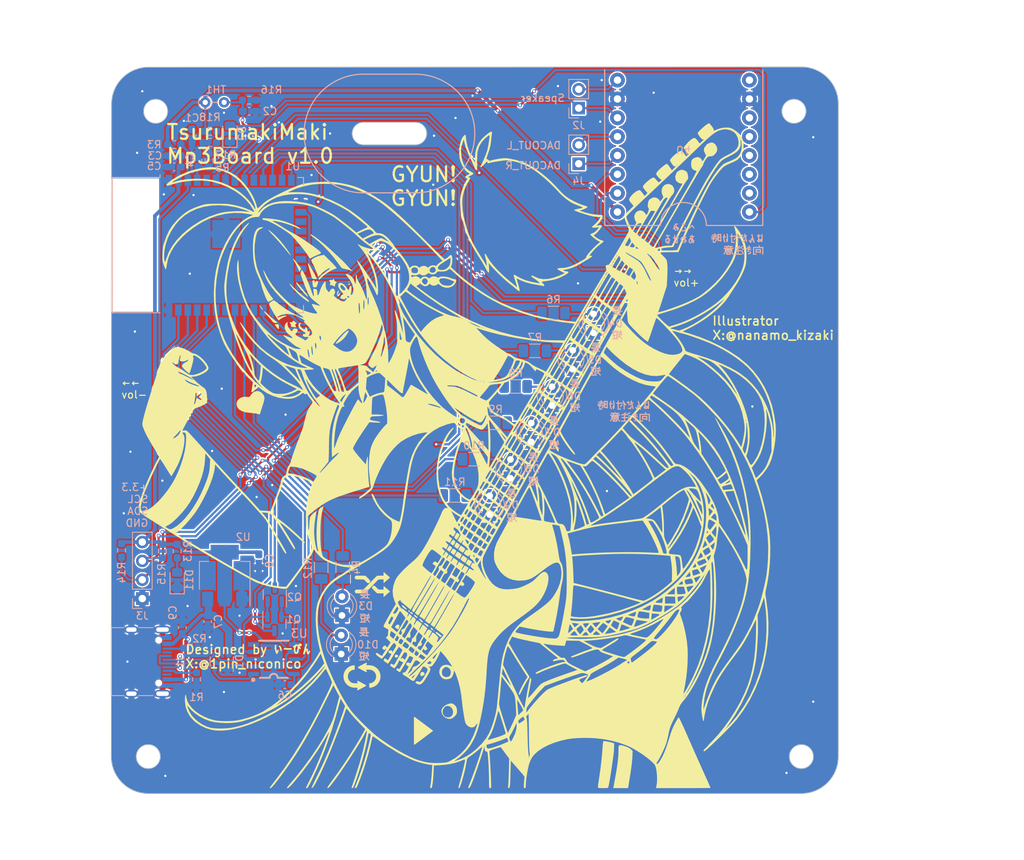
<source format=kicad_pcb>
(kicad_pcb (version 20221018) (generator pcbnew)
  (layers (0 "F.Cu" signal) (31 "B.Cu" signal) (34 "B.Paste" user) (35 "F.Paste" user) (36 "B.SilkS" user "B.Silkscreen") (37 "F.SilkS" user "F.Silkscreen") (38 "B.Mask" user) (39 "F.Mask" user) (44 "Edge.Cuts" user))
  (net 0 "")
  (net 1 "GND")
  (net 2 "/EN")
  (net 3 "/VT")
  (net 4 "/3.3V")
  (net 5 "Net-(D2-K)")
  (net 6 "Net-(D1-VCC)")
  (net 7 "/D+")
  (net 8 "/D-")
  (net 9 "/SPK1")
  (net 10 "Net-(D3-A)")
  (net 11 "Net-(D4-A)")
  (net 12 "Net-(D5-A)")
  (net 13 "Net-(D6-A)")
  (net 14 "Net-(D7-A)")
  (net 15 "Net-(D8-A)")
  (net 16 "Net-(D9-A)")
  (net 17 "Net-(D10-A)")
  (net 18 "Net-(D11-A)")
  (net 19 "Net-(J1-CC1)")
  (net 21 "Net-(J1-CC2)")
  (net 23 "/SPK2")
  (net 24 "/SDA")
  (net 25 "/SCL")
  (net 26 "Net-(J4-Pin_1)")
  (net 27 "Net-(J4-Pin_2)")
  (net 28 "Net-(Q1-G)")
  (net 29 "Net-(Q1-S)")
  (net 30 "/IO0")
  (net 31 "/LED_SHUFF")
  (net 32 "Net-(R17-Pad1)")
  (net 33 "/LED1")
  (net 34 "/LED2")
  (net 35 "/LED3")
  (net 36 "/LED4")
  (net 37 "/LED5")
  (net 38 "/LED6")
  (net 39 "/LED_MODE")
  (net 41 "/BUSY")
  (net 42 "/T8")
  (net 43 "/T9")
  (net 44 "/T6")
  (net 45 "/T5")
  (net 46 "/T4")
  (net 55 "/ESP_RX2")
  (net 56 "/ESP_TX2")
  (net 58 "/ESP_RX0")
  (net 59 "/ESP_TX0")
  (footprint "Makiboard:loop" (layer "F.Cu") (at 107.8 109.2)
    (fp_text reference "G***" hide)
    (fp_text value "LOGO" hide)
  )
  (footprint "Makiboard:maki1" (layer "F.Cu") (at 119 79)
    (fp_text reference "G***" hide)
    (fp_text value "LOGO" hide)
  )
  (footprint "Makiboard:shuffle" (layer "F.Cu") (at 109.2 96.8)
    (fp_text reference "G***" hide)
    (fp_text value "LOGO" hide)
  )
  (footprint "Capacitor_SMD:C_0603_1608Metric_Pad1.08x0.95mm_HandSolder" (layer "B.Cu") (at 85.7 39.6 -90)
    (fp_text reference "C5")
    (fp_text value "1u")
  )
  (footprint "LED_THT:LED_D3.0mm" (layer "B.Cu") (at 125 87.375 90)
    (fp_text reference "D9")
    (fp_text value "LED")
  )
  (footprint "Connector_PinHeader_2.54mm:PinHeader_1x02_P2.54mm_Vertical" (layer "B.Cu") (at 137 40.075)
    (fp_text reference "J4")
    (fp_text value "Out_speaker")
  )
  (footprint "Resistor_SMD:R_0603_1608Metric_Pad0.98x0.95mm_HandSolder" (layer "B.Cu") (at 80.9 92.3 90)
    (fp_text reference "R15")
    (fp_text value "10k")
  )
  (footprint "LED_THT:LED_D3.0mm" (layer "B.Cu") (at 127.8 82.475 90)
    (fp_text reference "D8")
    (fp_text value "LED")
  )
  (footprint "Makiboard:CH340K" (layer "B.Cu") (at 95.925 106.8795 90)
    (fp_text reference "U3")
    (fp_text value "CH340K" hide)
  )
  (footprint "Resistor_SMD:R_0603_1608Metric_Pad0.98x0.95mm_HandSolder" (layer "B.Cu") (at 87.3 37.2 180)
    (fp_text reference "R17")
    (fp_text value "1k")
  )
  (footprint "Resistor_SMD:R_0603_1608Metric_Pad0.98x0.95mm_HandSolder" (layer "B.Cu") (at 87.3 35.7 180)
    (fp_text reference "R18")
    (fp_text value "1k")
  )
  (footprint "Resistor_SMD:R_1206_3216Metric_Pad1.30x1.75mm_HandSolder" (layer "B.Cu") (at 125.8 75 180)
    (fp_text reference "R9")
    (fp_text value "220")
  )
  (footprint "LED_THT:LED_D3.0mm" (layer "B.Cu") (at 105 106.175 90)
    (fp_text reference "D10")
    (fp_text value "LED")
  )
  (footprint "Capacitor_SMD:C_0603_1608Metric_Pad1.08x0.95mm_HandSolder" (layer "B.Cu") (at 87 101.8 90)
    (fp_text reference "C7")
    (fp_text value "22u")
  )
  (footprint "Resistor_SMD:R_0603_1608Metric_Pad0.98x0.95mm_HandSolder" (layer "B.Cu") (at 87.2 39.6 -90)
    (fp_text reference "R5")
    (fp_text value "10k")
  )
  (footprint "LED_THT:LED_D3.0mm" (layer "B.Cu") (at 136.2 67.775 90)
    (fp_text reference "D5")
    (fp_text value "LED")
  )
  (footprint "Resistor_SMD:R_1206_3216Metric_Pad1.30x1.75mm_HandSolder" (layer "B.Cu") (at 120.3 84.8 180)
    (fp_text reference "R11")
    (fp_text value "220")
  )
  (footprint "Resistor_SMD:R_1206_3216Metric_Pad1.30x1.75mm_HandSolder" (layer "B.Cu") (at 131.1 65.3 180)
    (fp_text reference "R7")
    (fp_text value "220")
  )
  (footprint "LED_SMD:LED_0805_2012Metric_Pad1.15x1.40mm_HandSolder" (layer "B.Cu") (at 82.9 96.2 90)
    (fp_text reference "D11")
    (fp_text value "LED")
  )
  (footprint "Resistor_SMD:R_0603_1608Metric_Pad0.98x0.95mm_HandSolder" (layer "B.Cu") (at 82.9 92.3 90)
    (fp_text reference "R13")
    (fp_text value "220")
  )
  (footprint "Resistor_SMD:R_0603_1608Metric_Pad0.98x0.95mm_HandSolder" (layer "B.Cu") (at 92.6 31.5 180)
    (fp_text reference "R16")
    (fp_text value "10k")
  )
  (footprint "Connector_USB:USB_C_Receptacle_G-Switch_GT-USB-7010ASV" (layer "B.Cu") (at 77.8 107.2 90)
    (fp_text reference "J1")
    (fp_text value "USB_C_Receptacle_USB2.0")
  )
  (footprint "Resistor_SMD:R_1206_3216Metric_Pad1.30x1.75mm_HandSolder" (layer "B.Cu") (at 122.9 79.9 180)
    (fp_text reference "R10")
    (fp_text value "220")
  )
  (footprint "Resistor_SMD:R_1206_3216Metric_Pad1.30x1.75mm_HandSolder" (layer "B.Cu") (at 128.5 70.1 180)
    (fp_text reference "R8")
    (fp_text value "220")
  )
  (footprint "Capacitor_SMD:C_0603_1608Metric_Pad1.08x0.95mm_HandSolder" (layer "B.Cu") (at 82.5 39 180)
    (fp_text reference "C3")
    (fp_text value "22u")
  )
  (footprint "Connector_PinHeader_2.54mm:PinHeader_1x02_P2.54mm_Vertical" (layer "B.Cu") (at 137 32.575)
    (fp_text reference "J2")
    (fp_text value "speaker")
  )
  (footprint "Package_TO_SOT_SMD:SOT-23" (layer "B.Cu") (at 96 102.1 -90)
    (fp_text reference "Q1")
    (fp_text value "Q_NMOS_GSD")
  )
  (footprint "Capacitor_SMD:C_0603_1608Metric_Pad1.08x0.95mm_HandSolder" (layer "B.Cu") (at 97.4 110.3)
    (fp_text reference "C6")
    (fp_text value "0.1u")
  )
  (footprint "Capacitor_SMD:C_0603_1608Metric_Pad1.08x0.95mm_HandSolder" (layer "B.Cu") (at 83.6 102.6 90)
    (fp_text reference "C9")
    (fp_text value "22u")
  )
  (footprint "Package_TO_SOT_SMD:SOT-23" (layer "B.Cu") (at 96.05 98.1625 90)
    (fp_text reference "Q2")
    (fp_text value "Q_NMOS_GSD")
  )
  (footprint "Capacitor_SMD:C_0603_1608Metric_Pad1.08x0.95mm_HandSolder" (layer "B.Cu") (at 92.6 33 180)
    (fp_text reference "C2")
    (fp_text value "0.1u")
  )
  (footprint "Capacitor_SMD:C_0603_1608Metric_Pad1.08x0.95mm_HandSolder" (layer "B.Cu") (at 84.9 36.3 -90)
    (fp_text reference "C1")
    (fp_text value "0.1u")
  )
  (footprint "LED_THT:LED_D3.0mm" (layer "B.Cu") (at 133.4 72.675 90)
    (fp_text reference "D6")
    (fp_text value "LED")
  )
  (footprint "LED_THT:LED_D3.0mm" (layer "B.Cu") (at 105.1 100.975 90)
    (fp_text reference "D3")
    (fp_text value "LED")
  )
  (footprint "Capacitor_SMD:C_0603_1608Metric_Pad1.08x0.95mm_HandSolder" (layer "B.Cu") (at 82.5 40.5)
    (fp_text reference "C4")
    (fp_text value "0.1u")
  )
  (footprint "Resistor_SMD:R_0603_1608Metric_Pad0.98x0.95mm_HandSolder" (layer "B.Cu") (at 75.4 92.2 90)
    (fp_text reference "R14")
    (fp_text value "10k")
  )
  (footprint "Package_TO_SOT_SMD:SOT-223" (layer "B.Cu") (at 89.3 95.6 90)
    (fp_text reference "U2")
    (fp_text value "AZ1117-3.3")
  )
  (footprint "Diode_SMD:D_0805_2012Metric_Pad1.15x1.40mm_HandSolder" (layer "B.Cu") (at 90 36 90)
    (fp_text reference "D2")
    (fp_text value "D_Schottky")
  )
  (footprint "Makiboard:MP3-TF-16P" (layer "B.Cu") (at 151.11 37.69)
    (fp_text reference "U4")
    (fp_text value "~")
  )
  (footprint "Resistor_SMD:R_0603_1608Metric_Pad0.98x0.95mm_HandSolder" (layer "B.Cu") (at 85.5 109.6 90)
    (fp_text reference "R1")
    (fp_text value "4.99k")
  )
  (footprint "LED_THT:LED_D3.0mm" (layer "B.Cu") (at 139 62.875 90)
    (fp_text reference "D4")
    (fp_text value "LED")
  )
  (footprint "RF_Module:ESP32-WROOM-32D" (layer "B.Cu") (at 90.04 51.05 -90)
    (fp_text reference "U1")
    (fp_text value "ESP32-WROOM-32E")
  )
  (footprint "Connector_PinHeader_2.54mm:PinHeader_1x04_P2.54mm_Vertical" (layer "B.Cu") (at 78.2 98.7)
    (fp_text reference "J3")
    (fp_text value "Conn_01x04_Socket")
  )
  (footprint "Capacitor_SMD:C_0603_1608Metric_Pad1.08x0.95mm_HandSolder" (layer "B.Cu") (at 93.9 93.6 90)
    (fp_text reference "C8")
    (fp_text value "22u")
  )
  (footprint "Resistor_THT:R_Axial_DIN0204_L3.6mm_D1.6mm_P2.54mm_Vertical" (layer "B.Cu") (at 86.68 31.8)
    (fp_text reference "TH1")
    (fp_text value "Thermistor")
  )
  (footprint "Package_TO_SOT_SMD:SOT-143" (layer "B.Cu") (at 88.9 107.2 90)
    (fp_text reference "D1")
    (fp_text value "PRTR5V0U2X")
  )
  (footprint "Resistor_SMD:R_0603_1608Metric_Pad0.98x0.95mm_HandSolder" (layer "B.Cu") (at 84.7 105.4 180)
    (fp_text reference "R2")
    (fp_text value "4.99k")
  )
  (footprint "LED_THT:LED_D3.0mm" (layer "B.Cu") (at 130.6 77.575 90)
    (fp_text reference "D7")
    (fp_text value "LED")
  )
  (footprint "Resistor_SMD:R_1206_3216Metric_Pad1.30x1.75mm_HandSolder" (layer "B.Cu") (at 105.2 94.5 90)
    (fp_text reference "R4")
    (fp_text value "220")
  )
  (footprint "Resistor_SMD:R_1206_3216Metric_Pad1.30x1.75mm_HandSolder" (layer "B.Cu") (at 102.3 94.5 90)
    (fp_text reference "R12")
    (fp_text value "220")
  )
  (footprint "Resistor_SMD:R_1206_3216Metric_Pad1.30x1.75mm_HandSolder" (layer "B.Cu") (at 133.6 60.2 180)
    (fp_text reference "R6")
    (fp_text value "220")
  )
  (footprint "Resistor_SMD:R_0603_1608Metric_Pad0.98x0.95mm_HandSolder" (layer "B.Cu") (at 82.5 37.5 180)
    (fp_text reference "R3")
    (fp_text value "10k")
  )
  (gr_poly (pts (xy 124.632265 52.7) (xy 124.832265 54.2) (xy 124.032265 53) (xy 122.132265 49.9) (xy 121.332265 47.1) (xy 121.232265 44.8) (xy 121.732265 42.9) (xy 122.232265 42.1) (xy 122.332265 41.3) (xy 121.832265 40.8) (xy 121.232265 39.8) (xy 121.032265 38.2) (xy 121.332265 36.8) (xy 121.632265 36.6) (xy 122.032265 38) (xy 123.132265 40.5) (xy 123.232265 38.1) (xy 124.132265 36.7) (xy 125.132265 36) (xy 125.032265 37.5) (xy 124.532265 39.3) (xy 124.532265 39.7) (xy 125.032265 39.9) (xy 127.232265 39.5) (xy 129.032265 39.8) (xy 130.632265 40.5) (xy 132.832265 42.1) (xy 135.032265 44.3) (xy 136.032265 45.2) (xy 137.832265 45.9) (xy 136.932265 46.4) (xy 138.932265 47.1) (xy 140.132265 47.2) (xy 139.232265 48.5) (xy 139.932265 48.5) (xy 139.732265 48.9) (xy 138.832265 49.6) (xy 139.632265 50.3) (xy 140.232265 50.6) (xy 138.932265 51.7) (xy 138.232265 52.6) (xy 138.432265 52.7) (xy 136.232265 53.9) (xy 134.532265 54.3) (xy 135.332265 54.8) (xy 134.332265 55.3) (xy 132.532265 55.8) (xy 131.832265 55.9) (xy 132.132265 56.4) (xy 129.832265 55.9) (xy 128.432265 55.3) (xy 128.832265 57) (xy 125.932265 54.4)) (fill solid) (layer "F.Cu"))
  (gr_poly (pts (xy 82.1 82) (xy 78.3 75.2) (xy 81 66.5) (xy 82.7 64.9) (xy 84.8 65.8) (xy 84.6 68.6) (xy 84.6 69.3) (xy 86.5 70.6) (xy 86.7 72.1) (xy 85 72.9) (xy 83.4 76.1) (xy 83.7 77) (xy 83 79.8)) (stroke (width 0.2)) (fill solid) (layer "F.Cu"))
  (gr_poly (pts (xy 110.877408 67.625344) (xy 113.177408 66.025344) (xy 113.577408 63.225344) (xy 113.177408 60.425344) (xy 112.477408 58.225344) (xy 110.877408 55.025344) (xy 109.677408 53.325344) (xy 108.377408 51.625344) (xy 109.777408 51.625344) (xy 108.177408 50.425344) (xy 106.577408 49.125344) (xy 103.977408 47.125344) (xy 102.610229 46.328396) (xy 103.010229 44.828396) (xy 101.710229 44.328396) (xy 100.777408 45.625344) (xy 98.677408 45.325344) (xy 96.377408 45.325344) (xy 95.477408 45.525344) (xy 94.777408 45.925344) (xy 93.677408 46.925344) (xy 92.677408 47.325344) (xy 91.477408 48.225344) (xy 90.377408 49.425344) (xy 89.477408 51.025344) (xy 88.777408 52.825344) (xy 88.277408 54.625344) (xy 88.077408 56.525344) (xy 88.077408 58.625344) (xy 88.277408 60.625344) (xy 88.677408 62.525344) (xy 89.477408 64.425344) (xy 90.977408 66.825344) (xy 91.877408 68.025344) (xy 93.577408 69.725344) (xy 94.877408 70.725344) (xy 96.877408 71.525344) (xy 98.277408 71.625344) (xy 99.477408 71.125344) (xy 100.277408 70.725344) (xy 101.477408 72.425344) (xy 103.477408 73.825344) (xy 104.377408 74.325344) (xy 105.677408 71.425344) (xy 107.177408 70.025344) (xy 107.877408 69.325344) (xy 108.177408 68.825344) (xy 109.777408 68.225344) (xy 110.777408 67.825344)) (fill solid) (layer "F.Cu"))
  (gr_poly (pts (xy 106.3 107.3) (xy 106.386723 94.686425) (xy 110.886723 92.086425) (xy 112.786723 89.286425) (xy 113.486723 86.786425) (xy 114.286723 81.186425) (xy 114.886723 79.186425) (xy 115.986723 77.186425) (xy 117.386723 75.986425) (xy 118.986723 75.186425) (xy 120.086723 74.986425) (xy 120.586723 75.186425) (xy 119.286723 76.486425) (xy 118.186723 79.786425) (xy 117.886723 82.386425) (xy 118.186723 83.886425) (xy 118.586723 85.086425) (xy 119.086723 85.986425) (xy 119.886723 86.786425) (xy 121.086723 87.686425) (xy 125.286723 90.586425) (xy 124.186723 92.886425) (xy 124.086723 96.586425) (xy 127.786723 97.986425) (xy 131.886723 95.886425) (xy 132.086723 97.386425) (xy 124.586723 105.186425) (xy 123.886723 113.786425) (xy 122.886723 117.086425) (xy 121.786723 118.986425) (xy 119.886723 120.686425) (xy 117.686723 120.986425) (xy 115.386723 120.586425) (xy 111.886723 118.886425) (xy 109.486723 117.186425) (xy 106.986723 114.686425) (xy 104.986723 111.886425) (xy 103.886723 109.586425) (xy 102.986723 107.286425)) (fill solid) (layer "F.Cu"))
  (gr_poly (pts (xy 143.537938 59.466358) (xy 143.637938 59.066358) (xy 143.737938 58.266358) (xy 143.337938 57.966358) (xy 142.137938 60.166358) (xy 139.037938 57.766358) (xy 144.037938 49.166358) (xy 147.137938 51.766358) (xy 147.337938 52.166358) (xy 148.537938 53.166358) (xy 148.637938 56.566358) (xy 146.237938 63.966358) (xy 143.737938 61.566358) (xy 143.537938 59.566358)) (fill solid) (layer "F.Cu"))
  (gr_line (start 108 28) (end 115 28) (stroke (width 0.15)) (layer "B.SilkS"))
  (gr_line (start 154.2 48.4) (end 161.8 48.4) (stroke (width 0.15)) (layer "B.SilkS"))
  (gr_line (start 148 48.4) (end 140.5 48.4) (stroke (width 0.15)) (layer "B.SilkS"))
  (gr_arc (start 115 28) (mid 123 36) (end 115 44) (stroke (width 0.15)) (layer "B.SilkS"))
  (gr_arc (start 108 44) (mid 100 36) (end 108 28) (stroke (width 0.15)) (layer "B.SilkS"))
  (gr_line (start 115 44) (end 108 44) (stroke (width 0.15)) (layer "B.SilkS"))
  (gr_arc (start 148 48.4) (mid 151.1 45.3) (end 154.2 48.4) (stroke (width 0.15)) (layer "B.SilkS"))
  (gr_line (start 140.5 48.4) (end 140.5 27.4) (stroke (width 0.15)) (layer "B.SilkS"))
  (gr_line (start 161.8 48.4) (end 161.8 27.4) (stroke (width 0.15)) (layer "B.SilkS"))
  (gr_poly (pts (xy 114.868 114.724) (xy 114.868 118.324) (xy 117.268 116.524)) (stroke (width 0.15)) (fill solid) (layer "F.SilkS"))
  (gr_poly (pts (xy 93.9 73.6) (xy 92.3 73.5) (xy 91.7 73.3) (xy 91.2 72.9) (xy 91.1 72.3) (xy 91.3 72) (xy 91.7 71.8) (xy 92.5 71.7) (xy 92.8 71.6) (xy 93.4 71) (xy 93.9 71) (xy 94.3 71.2) (xy 94.5 71.6) (xy 94.5 72)) (stroke (width 0.15)) (fill solid) (layer "F.SilkS"))
  (gr_line (start 172 32) (end 172 120) (stroke (width 0.1)) (layer "Edge.Cuts"))
  (gr_arc (start 167 27) (mid 170.535534 28.464466) (end 172 32) (stroke (width 0.1)) (layer "Edge.Cuts"))
  (gr_circle (center 167 120) (end 167 121.6) (stroke (width 0.1)) (fill none) (layer "Edge.Cuts"))
  (gr_arc (start 74.035534 32.035534) (mid 75.5 28.5) (end 79.035534 27.035534) (stroke (width 0.1)) (layer "Edge.Cuts"))
  (gr_circle (center 80 33) (end 80 34.6) (stroke (width 0.1)) (fill none) (layer "Edge.Cuts"))
  (gr_circle (center 79 120) (end 79 121.6) (stroke (width 0.1)) (fill none) (layer "Edge.Cuts"))
  (gr_line (start 167 125) (end 79 125) (stroke (width 0.1)) (layer "Edge.Cuts"))
  (gr_line (start 108 34.5) (end 115 34.5) (stroke (width 0.1)) (layer "Edge.Cuts"))
  (gr_line (start 79.035534 27.035534) (end 167 27) (stroke (width 0.1)) (layer "Edge.Cuts"))
  (gr_line (start 74 120) (end 74.035534 32.035534) (stroke (width 0.1)) (layer "Edge.Cuts"))
  (gr_arc (start 115 34.5) (mid 116.5 36) (end 115 37.5) (stroke (width 0.1)) (layer "Edge.Cuts"))
  (gr_line (start 115 37.5) (end 108 37.5) (stroke (width 0.1)) (layer "Edge.Cuts"))
  (gr_arc (start 172 120) (mid 170.535534 123.535534) (end 167 125) (stroke (width 0.1)) (layer "Edge.Cuts"))
  (gr_circle (center 166 33) (end 166 34.6) (stroke (width 0.1)) (fill none) (layer "Edge.Cuts"))
  (gr_arc (start 79 125) (mid 75.464466 123.535534) (end 74 120) (stroke (width 0.1)) (layer "Edge.Cuts"))
  (gr_arc (start 108 37.5) (mid 106.5 36) (end 108 34.5) (stroke (width 0.1)) (layer "Edge.Cuts"))
  (gr_text "長\n\n短" (at 109 102) (layer "B.SilkS") (effects (font (size 1 1)) (justify left bottom mirror)))
  (gr_text "長\n\n短" (at 128.8 88.4) (layer "B.SilkS") (effects (font (size 1 1)) (justify left bottom mirror)))
  (gr_text "はんだ付け時\n向き注意" (at 146.7 74.9) (layer "B.SilkS") (effects (font (size 1 1)) (justify left bottom mirror)))
  (gr_text "+3.3\nSCL\nSDA\nGND" (at 79.1 89.1) (layer "B.SilkS") (effects (font (size 1 1)) (justify left bottom mirror)))
  (gr_text "Speaker" (at 135.2 31.8) (layer "B.SilkS") (effects (font (size 1 1)) (justify left bottom mirror)))
  (gr_text "はんだ付け時\n向き注意" (at 162 52.4) (layer "B.SilkS") (effects (font (size 1 1)) (justify left bottom mirror)))
  (gr_text "長\n\n短" (at 140.1 68.7) (layer "B.SilkS") (effects (font (size 1 1)) (justify left bottom mirror)))
  (gr_text "長\n\n短" (at 143 63.8) (layer "B.SilkS") (effects (font (size 1 1)) (justify left bottom mirror)))
  (gr_text "DACOUT_L" (at 134.7 38.2) (layer "B.SilkS") (effects (font (size 1 1)) (justify left bottom mirror)))
  (gr_text "長\n\n短" (at 137.3 73.6) (layer "B.SilkS") (effects (font (size 1 1)) (justify left bottom mirror)))
  (gr_text "長\n\n短" (at 131.7 83.5) (layer "B.SilkS") (effects (font (size 1 1)) (justify left bottom mirror)))
  (gr_text "長\n\n短" (at 134.5 78.6) (layer "B.SilkS") (effects (font (size 1 1)) (justify left bottom mirror)))
  (gr_text "DACOUT_R" (at 134.7 40.9) (layer "B.SilkS") (effects (font (size 1 1)) (justify left bottom mirror)))
  (gr_text "へこみ\nあわせる" (at 152.8 50.9) (layer "B.SilkS") (effects (font (size 1 1)) (justify left bottom mirror)))
  (gr_text "長\n\n短" (at 108.9 107.1) (layer "B.SilkS") (effects (font (size 1 1)) (justify left bottom mirror)))
  (gr_text "Illustrator\nX:@nanamo_kizaki" (at 154.9 63.9) (layer "F.SilkS") (effects (font (size 1.2 1.2) (thickness 0.2) bold) (justify left bottom)))
  (gr_text "TsurumakiMaki\nMp3Board v1.0" (at 81.3 40.2) (layer "F.SilkS") (effects (font (size 2 2) (thickness 0.3)) (justify left bottom)))
  (gr_text "Designed by いーぴん\nX:@1pin_niconico" (at 83.9 108.2) (layer "F.SilkS") (effects (font (size 1.2 1.2) (thickness 0.2) bold) (justify left bottom)))
  (gr_text "→→\nvol+" (at 149.7 56.7) (layer "F.SilkS") (effects (font (size 1 1)) (justify left bottom)))
  (gr_text "←←\nvol-" (at 75.3 71.8) (layer "F.SilkS") (effects (font (size 1 1)) (justify left bottom)))
  (gr_text "GYUN!\nGYUN!" (at 111.5 45.9) (layer "F.SilkS") (effects (font (size 2 2) (thickness 0.3)) (justify left bottom)))
  (via (at 89.2 111.3) (size 0.5) (drill 0.3) (layers "F.Cu" "B.Cu") (net 1))
  (via (at 168.6 36.5) (size 0.5) (drill 0.3) (layers "F.Cu" "B.Cu") (net 1))
  (via (at 87.3 103.9) (size 0.5) (drill 0.3) (layers "F.Cu" "B.Cu") (net 1))
  (via (at 88.9 70.4) (size 0.5) (drill 0.3) (layers "F.Cu" "B.Cu") (net 1))
  (via (at 78.2 30.3) (size 0.5) (drill 0.3) (layers "F.Cu" "B.Cu") (net 1))
  (via (at 98.9 97) (size 0.5) (drill 0.3) (layers "F.Cu" "B.Cu") (net 1))
  (via (at 168.6 112.6) (size 0.5) (drill 0.3) (layers "F.Cu" "B.Cu") (net 1))
  (via (at 103.5 36) (size 0.5) (drill 0.3) (layers "F.Cu" "B.Cu") (net 1))
  (via (at 93.6 85) (size 0.5) (drill 0.3) (layers "F.Cu" "B.Cu") (net 1))
  (via (at 92.1 36.3) (size 0.5) (drill 0.3) (layers "F.Cu" "B.Cu") (net 1))
  (via (at 77.5 38.6) (size 0.5) (drill 0.3) (layers "F.Cu" "B.Cu") (net 1))
  (via (at 77.2 62.7) (size 0.5) (drill 0.3) (layers "F.Cu" "B.Cu") (net 1))
  (via (at 101 41.6) (size 0.5) (drill 0.3) (layers "F.Cu" "B.Cu") (net 1))
  (via (at 97.5 73.9) (size 0.5) (drill 0.3) (layers "F.Cu" "B.Cu") (net 1))
  (via (at 81.3 122.6) (size 0.5) (drill 0.3) (layers "F.Cu" "B.Cu") (net 1))
  (via (at 95.7 83.4) (size 0.5) (drill 0.3) (layers "F.Cu" "B.Cu") (net 1))
  (via (at 136.9 56.2) (size 0.5) (drill 0.3) (layers "F.Cu" "B.Cu") (net 1))
  (via (at 117.4 42.9) (size 0.5) (drill 0.3) (layers "F.Cu" "B.Cu") (net 1))
  (via (at 122.7 30.9) (size 0.5) (drill 0.3) (layers "F.Cu" "B.Cu") (net 1))
  (via (at 75.7 87.2) (size 0.5) (drill 0.3) (layers "F.Cu" "B.Cu") (net 1))
  (via (at 134.2 29.6) (size 0.5) (drill 0.3) (layers "F.Cu" "B.Cu") (net 1))
  (via (at 91.3 108.7) (size 0.5) (drill 0.3) (layers "F.Cu" "B.Cu") (net 1))
  (via (at 84.3 99.7) (size 0.5) (drill 0.3) (layers "F.Cu" "B.Cu") (net 1))
  (via (at 89.2 33.2) (size 0.5) (drill 0.3) (layers "F.Cu" "B.Cu") (net 1))
  (via (at 85.1 44.3) (size 0.5) (drill 0.3) (layers "F.Cu" "B.Cu") (net 1))
  (via (at 84.6 54.9) (size 0.5) (drill 0.3) (layers "F.Cu" "B.Cu") (net 1))
  (via (at 165 122.2) (size 0.5) (drill 0.3) (layers "F.Cu" "B.Cu") (net 1))
  (via (at 140.1 28.8) (size 0.5) (drill 0.3) (layers "F.Cu" "B.Cu") (net 1))
  (via (at 140.8 84.2) (size 0.5) (drill 0.3) (layers "F.Cu" "B.Cu") (net 1))
  (via (at 97.1 103.4) (size 0.5) (drill 0.3) (layers "F.Cu" "B.Cu") (net 1))
  (via (at 80.9 82.8) (size 0.5) (drill 0.3) (layers "F.Cu" "B.Cu") (net 1))
  (via (at 76.6 78.9) (size 0.5) (drill 0.3) (layers "F.Cu" "B.Cu") (net 1))
  (via (at 117.5 36.3) (size 0.5) (drill 0.3) (layers "F.Cu" "B.Cu") (net 1))
  (via (at 147.1 30.5) (size 0.5) (drill 0.3) (layers "F.Cu" "B.Cu") (net 1))
  (via (at 87.6 78.8) (size 0.5) (drill 0.3) (layers "F.Cu" "B.Cu") (net 1))
  (via (at 120.4 33.9) (size 0.5) (drill 0.3) (layers "F.Cu" "B.Cu") (net 1))
  (via (at 81.1 44.2) (size 0.5) (drill 0.3) (layers "F.Cu" "B.Cu") (net 1))
  (via (at 95.6 32.3) (size 0.5) (drill 0.3) (layers "F.Cu" "B.Cu") (net 1))
  (via (at 83.8 34.3) (size 0.5) (drill 0.3) (layers "F.Cu" "B.Cu") (net 1))
  (via (at 160.4 72.8) (size 0.5) (drill 0.3) (layers "F.Cu" "B.Cu") (net 1))
  (via (at 76.2 107.2) (size 0.5) (drill 0.3) (layers "F.Cu" "B.Cu") (net 1))
  (via (at 91.3 101) (size 0.5) (drill 0.3) (layers "F.Cu" "B.Cu") (net 1))
  (via (at 139.9 34.4) (size 0.5) (drill 0.3) (layers "F.Cu" "B.Cu") (net 1))
  (via (at 96.6 34.5) (size 0.5) (drill 0.3) (layers "F.Cu" "B.Cu") (net 1))
  (segment (start 93.4 100.4) (end 93.4 101.8) (width 0.3) (layer "F.Cu") (net 2))
  (via (at 93.4 100.4) (size 0.5) (drill 0.3) (layers "F.Cu" "B.Cu") (net 2))
  (via (at 93.4 101.8) (size 0.5) (drill 0.3) (layers "F.Cu" "B.Cu") (net 2))
  (segment (start 83.4125 37.5) (end 83.4125 36.0875) (width 0.3) (layer "B.Cu") (net 2))
  (segment (start 95.5 85.221318) (end 95.5 95.8) (width 0.3) (layer "B.Cu") (net 2))
  (segment (start 83.4125 36.0875) (end 84.0625 35.4375) (width 0.3) (layer "B.Cu") (net 2))
  (segment (start 92.728682 82.45) (end 95.5 85.221318) (width 0.3) (layer "B.Cu") (net 2))
  (segment (start 84.33 43.67) (end 80.5 47.5) (width 0.3) (layer "B.Cu") (net 2))
  (segment (start 93.4 101.8) (end 94.6375 103.0375) (width 0.3) (layer "B.Cu") (net 2))
  (segment (start 84.0625 35.4375) (end 84.9 35.4375) (width 0.3) (layer "B.Cu") (net 2))
  (segment (start 84.33 38.4175) (end 83.4125 37.5) (width 0.3) (layer "B.Cu") (net 2))
  (segment (start 80.5 70.221318) (end 92.05 81.771318) (width 0.3) (layer "B.Cu") (net 2))
  (segment (start 84.33 42.3) (end 84.33 43.67) (width 0.3) (layer "B.Cu") (net 2))
  (segment (start 93.4 97.9) (end 93.4 100.4) (width 0.3) (layer "B.Cu") (net 2))
  (segment (start 92.05 82.098529) (end 92.401471 82.45) (width 0.3) (layer "B.Cu") (net 2))
  (segment (start 92.401471 82.45) (end 92.728682 82.45) (width 0.3) (layer "B.Cu") (net 2))
  (segment (start 92.05 81.771318) (end 92.05 82.098529) (width 0.3) (layer "B.Cu") (net 2))
  (segment (start 95.5 95.8) (end 93.4 97.9) (width 0.3) (layer "B.Cu") (net 2))
  (segment (start 94.6375 103.0375) (end 96 103.0375) (width 0.3) (layer "B.Cu") (net 2))
  (segment (start 84.33 42.3) (end 84.33 38.4175) (width 0.3) (layer "B.Cu") (net 2))
  (segment (start 80.5 47.5) (end 80.5 70.221318) (width 0.3) (layer "B.Cu") (net 2))
  (segment (start 91.7 34.6) (end 93.9 36.8) (width 0.3) (layer "F.Cu") (net 3))
  (segment (start 91.7 34.2) (end 91.7 34.6) (width 0.3) (layer "F.Cu") (net 3))
  (via (at 91.7 34.2) (size 0.5) (drill 0.3) (layers "F.Cu" "B.Cu") (net 3))
  (via (at 93.9 36.8) (size 0.5) (drill 0.3) (layers "F.Cu" "B.Cu") (net 3))
  (segment (start 93.9 36.8) (end 89.41 41.29) (width 0.3) (layer "B.Cu") (net 3))
  (segment (start 91.7375 31.55) (end 91.6875 31.5) (width 0.3) (layer "B.Cu") (net 3))
  (segment (start 89.22 31.8) (end 91.3875 31.8) (width 0.3) (layer "B.Cu") (net 3))
  (segment (start 91.7375 33) (end 91.7375 31.55) (width 0.3) (layer "B.Cu") (net 3))
  (segment (start 89.41 41.29) (end 89.41 42.3) (width 0.3) (layer "B.Cu") (net 3))
  (segment (start 91.7375 34.1625) (end 91.7 34.2) (width 0.3) (layer "B.Cu") (net 3))
  (segment (start 91.3875 31.8) (end 91.6875 31.5) (width 0.3) (layer "B.Cu") (net 3))
  (segment (start 91.7375 33) (end 91.7375 34.1625) (width 0.3) (layer "B.Cu") (net 3))
  (segment (start 138.7 43.06) (end 138.7 43) (width 0.5) (layer "F.Cu") (net 4))
  (segment (start 142.22 46.58) (end 138.7 43.06) (width 0.5) (layer "F.Cu") (net 4))
  (segment (start 92.6 103.3) (end 91.3 103.3) (width 0.3) (layer "F.Cu") (net 4))
  (segment (start 126.1 32.9) (end 123.4 30.2) (width 0.5) (layer "F.Cu") (net 4))
  (via (at 92.6 103.3) (size 0.5) (drill 0.3) (layers "F.Cu" "B.Cu") (net 4))
  (via (at 91.3 103.3) (size 0.5) (drill 0.3) (layers "F.Cu" "B.Cu") (net 4))
  (via (at 126.1 32.9) (size 0.5) (drill 0.3) (layers "F.Cu" "B.Cu") (net 4))
  (via (at 138.7 43) (size 0.5) (drill 0.3) (layers "F.Cu" "B.Cu") (net 4))
  (via (at 123.4 30.2) (size 0.5) (drill 0.3) (layers "F.Cu" "B.Cu") (net 4))
  (segment (start 89.3 92.45) (end 89.3 98.75) (width 2) (layer "B.Cu") (net 4))
  (segment (start 138.7 43) (end 136.2 43) (width 0.5) (layer "B.Cu") (net 4))
  (segment (start 98.675 108.8795) (end 98.675 109.8875) (width 0.3) (layer "B.Cu") (net 4))
  (segment (start 98.675 105.8795) (end 98.02275 105.8795) (width 0.3) (layer "B.Cu") (net 4))
  (segment (start 86.68 35.4075) (end 86.68 31.8) (width 0.3) (layer "B.Cu") (net 4))
  (segment (start 87.5 30.2) (end 86.68 31.02) (width 0.5) (layer "B.Cu") (net 4))
  (segment (start 79.9 89.38) (end 78.2 91.08) (width 0.5) (layer "B.Cu") (net 4))
  (segment (start 75.6075 91.08) (end 75.4 91.2875) (width 0.5) (layer "B.Cu") (net 4))
  (segment (start 93.6125 92.45) (end 93.9 92.7375) (width 0.5) (layer "B.Cu") (net 4))
  (segment (start 94.5455 104.5) (end 93.3455 103.3) (width 0.3) (layer "B.Cu") (net 4))
  (segment (start 123.4 30.2) (end 87.5 30.2) (width 0.5) (layer "B.Cu") (net 4))
  (segment (start 83.3625 39) (end 81.8625 37.5) (width 0.5) (layer "B.Cu") (net 4))
  (segment (start 97.575 106.32725) (end 97.575 108.575) (width 0.3) (layer "B.Cu") (net 4))
  (segment (start 78.2 91.08) (end 75.6075 91.08) (width 0.5) (layer "B.Cu") (net 4))
  (segment (start 83.06 43.94) (end 79.9 47.1) (width 0.5) (layer "B.Cu") (net 4))
  (segment (start 97.575 108.575) (end 97.8795 108.8795) (width 0.3) (layer "B.Cu") (net 4))
  (segment (start 81.5875 37.5) (end 81.6 37.4875) (width 0.5) (layer "B.Cu") (net 4))
  (segment (start 81.8625 37.5) (end 81.5875 37.5) (width 0.5) (layer "B.Cu") (net 4))
  (segment (start 86.3875 35.7) (end 86.68 35.4075) (width 0.3) (layer "B.Cu") (net 4))
  (segment (start 97.8795 108.8795) (end 98.675 108.8795) (width 0.3) (layer "B.Cu") (net 4))
  (segment (start 83.06 42.3) (end 83.06 40.8025) (width 0.5) (layer "B.Cu") (net 4))
  (segment (start 89.3 92.45) (end 93.6125 92.45) (width 0.5) (layer "B.Cu") (net 4))
  (segment (start 93.3455 103.3) (end 92.6 103.3) (width 0.3) (layer "B.Cu") (net 4))
  (segment (start 98.0795 105.8795) (end 96.7 104.5) (width 0.3) (layer "B.Cu") (net 4))
  (segment (start 82.9 91.3875) (end 83.9625 92.45) (width 0.5) (layer "B.Cu") (net 4))
  (segment (start 89.3 101.3) (end 89.3 98.75) (width 0.3) (layer "B.Cu") (net 4))
  (segment (start 79.9 47.1) (end 79.9 89.38) (width 0.5) (layer "B.Cu") (net 4))
  (segment (start 80.5925 91.08) (end 80.9 91.3875) (width 0.5) (layer "B.Cu") (net 4))
  (segment (start 83.3625 40.5) (end 83.3625 39) (width 0.5) (layer "B.Cu") (net 4))
  (segment (start 81.6 37.4875) (end 81.6 35.2) (width 0.5) (layer "B.Cu") (net 4))
  (segment (start 81.6 35.2) (end 85 31.8) (width 0.5) (layer "B.Cu") (net 4))
  (segment (start 96.7 104.5) (end 94.5455 104.5) (width 0.3) (layer "B.Cu") (net 4))
  (segment (start 85 31.8) (end 86.68 31.8) (width 0.5) (layer "B.Cu") (net 4))
  (segment (start 83.9625 92.45) (end 89.3 92.45) (width 0.5) (layer "B.Cu") (net 4))
  (segment (start 98.675 105.8795) (end 98.0795 105.8795) (width 0.3) (layer "B.Cu") (net 4))
  (segment (start 80.9 91.3875) (end 82.9 91.3875) (width 0.5) (layer "B.Cu") (net 4))
  (segment (start 136.2 43) (end 126.1 32.9) (width 0.5) (layer "B.Cu") (net 4))
  (segment (start 98.02275 105.8795) (end 97.575 106.32725) (width 0.3) (layer "B.Cu") (net 4))
  (segment (start 78.2 91.08) (end 80.5925 91.08) (width 0.5) (layer "B.Cu") (net 4))
  (segment (start 86.68 31.02) (end 86.68 31.8) (width 0.5) (layer "B.Cu") (net 4))
  (segment (start 98.675 109.8875) (end 98.2625 110.3) (width 0.3) (layer "B.Cu") (net 4))
  (segment (start 83.06 42.3) (end 83.06 43.94) (width 0.5) (layer "B.Cu") (net 4))
  (segment (start 83.06 40.8025) (end 83.3625 40.5) (width 0.5) (layer "B.Cu") (net 4))
  (segment (start 91.3 103.3) (end 89.3 101.3) (width 0.3) (layer "B.Cu") (net 4))
  (segment (start 85.6 40.5625) (end 85.7 40.4625) (width 0.3) (layer "B.Cu") (net 5))
  (segment (start 87.15 40.4625) (end 87.2 40.5125) (width 0.3) (layer "B.Cu") (net 5))
  (segment (start 90 37.7125) (end 90 37.025) (width 0.3) (layer "B.Cu") (net 5))
  (segment (start 85.7 40.4625) (end 87.15 40.4625) (width 0.3) (layer "B.Cu") (net 5))
  (segment (start 85.6 42.3) (end 85.6 40.5625) (width 0.3) (layer "B.Cu") (net 5))
  (segment (start 87.2 40.5125) (end 90 37.7125) (width 0.3) (layer "B.Cu") (net 5))
  (segment (start 84.1 104.4375) (end 84.1 109.6) (width 0.5) (layer "F.Cu") (net 6))
  (segment (start 84.3375 104.2) (end 84.1 104.4375) (width 0.5) (layer "F.Cu") (net 6))
  (via (at 84.3375 104.2) (size 0.5) (drill 0.3) (layers "F.Cu" "B.Cu") (net 6))
  (via (at 84.1 109.6) (size 0.5) (drill 0.3) (layers "F.Cu" "B.Cu") (net 6))
  (segment (start 87.1 98.85) (end 87 98.75) (width 0.3) (layer "B.Cu") (net 6))
  (segment (start 86.1625 100.9375) (end 87 100.9375) (width 0.5) (layer "B.Cu") (net 6))
  (segment (start 82.3 104.8) (end 86.1625 100.9375) (width 0.5) (layer "B.Cu") (net 6))
  (segment (start 89.85 103.052082) (end 89.85 106.2) (width 1) (layer "B.Cu") (net 6))
  (segment (start 81.525 104.8) (end 82.3 104.8) (width 0.5) (layer "B.Cu") (net 6))
  (segment (start 87.1 98.85) (end 87.1 100.7375) (width 1) (layer "B.Cu") (net 6))
  (segment (start 87.735418 100.9375) (end 89.85 103.052082) (width 1) (layer "B.Cu") (net 6))
  (segment (start 87 100.8375) (end 87.1 100.9375) (width 0.3) (layer "B.Cu") (net 6))
  (segment (start 84.3375 104.2) (end 83.6 103.4625) (width 0.5) (layer "B.Cu") (net 6))
  (segment (start 81.525 109.6) (end 84.1 109.6) (width 0.5) (layer "B.Cu") (net 6))
  (segment (start 87 100.9375) (end 87.735418 100.9375) (width 1) (layer "B.Cu") (net 6))
  (segment (start 87.1 100.7375) (end 87 100.8375) (width 1) (layer "B.Cu") (net 6))
  (segment (start 88.7 109.5) (end 92.5545 109.5) (width 0.3) (layer "B.Cu") (net 7))
  (segment (start 80.555 106.45) (end 81.525 106.45) (width 0.3) (layer "B.Cu") (net 7))
  (segment (start 80.555 107.45) (end 80.555 106.45) (width 0.3) (layer "B.Cu") (net 7))
  (segment (start 87.95 108.2) (end 87.95 108.75) (width 0.3) (layer "B.Cu") (net 7))
  (segment (start 92.5545 109.5) (end 93.175 108.8795) (width 0.3) (layer "B.Cu") (net 7))
  (segment (start 87.95 108.2) (end 87.2 107.45) (width 0.3) (layer "B.Cu") (net 7))
  (segment (start 81.525 107.45) (end 80.555 107.45) (width 0.3) (layer "B.Cu") (net 7))
  (segment (start 87.2 107.45) (end 81.525 107.45) (width 0.3) (layer "B.Cu") (net 7))
  (segment (start 87.95 108.75) (end 88.7 109.5) (width 0.3) (layer "B.Cu") (net 7))
  (segment (start 83.3 108.0495) (end 83.3 106.5) (width 0.3) (layer "F.Cu") (net 8))
  (via (at 83.3 106.5) (size 0.5) (drill 0.3) (layers "F.Cu" "B.Cu") (net 8))
  (via (at 83.3 108.0495) (size 0.5) (drill 0.3) (layers "F.Cu" "B.Cu") (net 8))
  (segment (start 81.525 106.95) (end 83.3 106.95) (width 0.3) (layer "B.Cu") (net 8))
  (segment (start 91.55 107.05) (end 92.3795 107.8795) (width 0.3) (layer "B.Cu") (net 8))
  (segment (start 88.8 107.05) (end 91.55 107.05) (width 0.3) (layer "B.Cu") (net 8))
  (segment (start 87.95 106.2) (end 88.8 107.05) (width 0.3) (layer "B.Cu") (net 8))
  (segment (start 83.2005 107.95) (end 83.3 108.0495) (width 0.3) (layer "B.Cu") (net 8))
  (segment (start 81.525 107.95) (end 83.2005 107.95) (width 0.3) (layer "B.Cu") (net 8))
  (segment (start 83.3 106.5) (end 83.3 106.95) (width 0.3) (layer "B.Cu") (net 8))
  (segment (start 87.2 106.95) (end 87.95 106.2) (width 0.3) (layer "B.Cu") (net 8))
  (segment (start 83.3 106.95) (end 87.2 106.95) (width 0.3) (layer "B.Cu") (net 8))
  (segment (start 92.3795 107.8795) (end 93.175 107.8795) (width 0.3) (layer "B.Cu") (net 8))
  (segment (start 97.5 31.6) (end 136.025 31.6) (width 0.3) (layer "B.Cu") (net 9))
  (segment (start 90 34.975) (end 94.125 34.975) (width 0.3) (layer "B.Cu") (net 9))
  (segment (start 140.915 32.575) (end 142.22 33.88) (width 0.3) (layer "B.Cu") (net 9))
  (segment (start 94.125 34.975) (end 97.5 31.6) (width 0.3) (layer "B.Cu") (net 9))
  (segment (start 136.025 31.6) (end 137 32.575) (width 0.3) (layer "B.Cu") (net 9))
  (segment (start 137 32.575) (end 140.915 32.575) (width 0.3) (layer "B.Cu") (net 9))
  (segment (start 105.2 98.335) (end 105.1 98.435) (width 0.3) (layer "B.Cu") (net 10))
  (segment (start 105.2 96.05) (end 105.2 98.335) (width 0.3) (layer "B.Cu") (net 10))
  (segment (start 135.15 60.2) (end 135.285 60.335) (width 0.3) (layer "B.Cu") (net 11))
  (segment (start 135.285 60.335) (end 139 60.335) (width 0.3) (layer "B.Cu") (net 11))
  (segment (start 132.715 65.235) (end 136.2 65.235) (width 0.3) (layer "B.Cu") (net 12))
  (segment (start 132.65 65.3) (end 132.715 65.235) (width 0.3) (layer "B.Cu") (net 12))
  (segment (start 130.085 70.135) (end 130.05 70.1) (width 0.3) (layer "B.Cu") (net 13))
  (segment (start 133.4 70.135) (end 130.085 70.135) (width 0.3) (layer "B.Cu") (net 13))
  (segment (start 130.6 75.035) (end 127.385 75.035) (width 0.3) (layer "B.Cu") (net 14))
  (segment (start 127.385 75.035) (end 127.35 75) (width 0.3) (layer "B.Cu") (net 14))
  (segment (start 127.8 79.935) (end 124.485 79.935) (width 0.3) (layer "B.Cu") (net 15))
  (segment (start 124.485 79.935) (end 124.45 79.9) (width 0.3) (layer "B.Cu") (net 15))
  (segment (start 125 84.835) (end 121.885 84.835) (width 0.3) (layer "B.Cu") (net 16))
  (segment (start 121.885 84.835) (end 121.85 84.8) (width 0.3) (layer "B.Cu") (net 16))
  (segment (start 103.935 103.635) (end 105 103.635) (width 0.3) (layer "B.Cu") (net 17))
  (segment (start 102.3 96.05) (end 102.3 102) (width 0.3) (layer "B.Cu") (net 17))
  (segment (start 102.3 102) (end 103.935 103.635) (width 0.3) (layer "B.Cu") (net 17))
  (segment (start 82.9 93.2125) (end 82.9 95.175) (width 0.3) (layer "B.Cu") (net 18))
  (segment (start 81.525 108.45) (end 82.495 108.45) (width 0.3) (layer "B.Cu") (net 19))
  (segment (start 82.745 108.7) (end 85.2875 108.7) (width 0.3) (layer "B.Cu") (net 19))
  (segment (start 82.495 108.45) (end 82.745 108.7) (width 0.3) (layer "B.Cu") (net 19))
  (segment (start 83.7375 105.45) (end 83.7875 105.4) (width 0.3) (layer "B.Cu") (net 21))
  (segment (start 81.525 105.45) (end 83.7375 105.45) (width 0.3) (layer "B.Cu") (net 21))
  (segment (start 140.985 30.035) (end 142.22 28.8) (width 0.3) (layer "B.Cu") (net 23))
  (segment (start 137 30.035) (end 140.985 30.035) (width 0.3) (layer "B.Cu") (net 23))
  (segment (start 93.7 79.7) (end 91.41543 81.98457) (width 0.3) (layer "F.Cu") (net 24))
  (segment (start 80.9 89.7) (end 81 89.8) (width 0.3) (layer "F.Cu") (net 24))
  (segment (start 81 93.36) (end 78.2 96.16) (width 0.3) (layer "F.Cu") (net 24))
  (segment (start 81 89.8) (end 81 93.36) (width 0.3) (layer "F.Cu") (net 24))
  (via (at 93.7 79.7) (size 0.5) (drill 0.3) (layers "F.Cu" "B.Cu") (net 24))
  (via (at 91.41543 81.98457) (size 0.5) (drill 0.3) (layers "F.Cu" "B.Cu") (net 24))
  (via (at 80.9 89.7) (size 0.5) (drill 0.3) (layers "F.Cu" "B.Cu") (net 24))
  (segment (start 91.41543 81.98457) (end 91.41543 83.577464) (width 0.3) (layer "B.Cu") (net 24))
  (segment (start 88.1 59.84) (end 88.1 61.5) (width 0.3) (layer "B.Cu") (net 24))
  (segment (start 83.1 69.1) (end 93.7 79.7) (width 0.3) (layer "B.Cu") (net 24))
  (segment (start 83.1 66.5) (end 83.1 69.1) (width 0.3) (layer "B.Cu") (net 24))
  (segment (start 76.36 96.16) (end 78.2 96.16) (width 0.3) (layer "B.Cu") (net 24))
  (segment (start 85.292894 89.7) (end 80.9 89.7) (width 0.3) (layer "B.Cu") (net 24))
  (segment (start 88.1 61.5) (end 83.1 66.5) (width 0.3) (layer "B.Cu") (net 24))
  (segment (start 88.14 59.8) (end 88.1 59.84) (width 0.3) (layer "B.Cu") (net 24))
  (segment (start 75.4 95.2) (end 76.36 96.16) (width 0.3) (layer "B.Cu") (net 24))
  (segment (start 91.41543 83.577464) (end 85.292894 89.7) (width 0.3) (layer "B.Cu") (net 24))
  (segment (start 75.4 93.1125) (end 75.4 95.2) (width 0.3) (layer "B.Cu") (net 24))
  (segment (start 92.56543 83.13457) (end 93.4 82.3) (width 0.3) (layer "F.Cu") (net 25))
  (segment (start 93.4 82.3) (end 93.5 82.3) (width 0.3) (layer "F.Cu") (net 25))
  (segment (start 79.48 93.62) (end 78.2 93.62) (width 0.3) (layer "F.Cu") (net 25))
  (segment (start 80.4 92.7) (end 79.48 93.62) (width 0.3) (layer "F.Cu") (net 25))
  (segment (start 80.4 90.2) (end 80.4 92.7) (width 0.3) (layer "F.Cu") (net 25))
  (via (at 80.4 90.2) (size 0.5) (drill 0.3) (layers "F.Cu" "B.Cu") (net 25))
  (via (at 92.56543 83.13457) (size 0.5) (drill 0.3) (layers "F.Cu" "B.Cu") (net 25))
  (via (at 93.5 82.3) (size 0.5) (drill 0.3) (layers "F.Cu" "B.Cu") (net 25))
  (segment (start 93.451089 82.251089) (end 93.451089 81.758195) (width 0.3) (layer "B.Cu") (net 25))
  (segment (start 81.6 65.878682) (end 84.33 63.148682) (width 0.3) (layer "B.Cu") (net 25))
  (segment (start 93.451089 81.758195) (end 81.6 69.907106) (width 0.3) (layer "B.Cu") (net 25))
  (segment (start 78.6075 93.2125) (end 78.2 93.62) (width 0.3) (layer "B.Cu") (net 25))
  (segment (start 92.56543 83.13457) (end 85.4 90.3) (width 0.3) (layer "B.Cu") (net 25))
  (segment (start 85.4 90.3) (end 80.5 90.3) (width 0.3) (layer "B.Cu") (net 25))
  (segment (start 80.5 90.3) (end 80.4 90.2) (width 0.3) (layer "B.Cu") (net 25))
  (segment (start 84.33 63.148682) (end 84.33 59.8) (width 0.3) (layer "B.Cu") (net 25))
  (segment (start 81.6 69.907106) (end 81.6 65.878682) (width 0.3) (layer "B.Cu") (net 25))
  (segment (start 93.5 82.3) (end 93.451089 82.251089) (width 0.3) (layer "B.Cu") (net 25))
  (segment (start 80.9 93.2125) (end 78.6075 93.2125) (width 0.3) (layer "B.Cu") (net 25))
  (segment (start 141.105 40.075) (end 142.22 38.96) (width 0.3) (layer "B.Cu") (net 26))
  (segment (start 137 40.075) (end 141.105 40.075) (width 0.3) (layer "B.Cu") (net 26))
  (segment (start 138.115 36.42) (end 142.22 36.42) (width 0.3) (layer "B.Cu") (net 27))
  (segment (start 137 37.535) (end 138.115 36.42) (width 0.3) (layer "B.Cu") (net 27))
  (segment (start 92.9375 101.1625) (end 95.05 101.1625) (width 0.3) (layer "B.Cu") (net 28))
  (segment (start 95.05 101.1625) (end 95.05 99.15) (width 0.3) (layer "B.Cu") (net 28))
  (segment (start 92.125 105.8795) (end 91.9 105.6545) (width 0.3) (layer "B.Cu") (net 28))
  (segment (start 91.9 105.6545) (end 91.9 102.2) (width 0.3) (layer "B.Cu") (net 28))
  (segment (start 91.9 102.2) (end 92.9375 101.1625) (width 0.3) (layer "B.Cu") (net 28))
  (segment (start 93.175 105.8795) (end 92.125 105.8795) (width 0.3) (layer "B.Cu") (net 28))
  (segment (start 95.05 99.15) (end 95.1 99.1) (width 0.3) (layer "B.Cu") (net 28))
  (segment (start 98.0625 101.1625) (end 96.95 101.1625) (width 0.3) (layer "B.Cu") (net 29))
  (segment (start 98.675 101.775) (end 98.0625 101.1625) (width 0.3) (layer "B.Cu") (net 29))
  (segment (start 98.675 104.8795) (end 98.675 101.775) (width 0.3) (layer "B.Cu") (net 29))
  (segment (start 96.95 99.15) (end 97 99.1) (width 0.3) (layer "B.Cu") (net 29))
  (segment (start 96.95 101.1625) (end 96.95 99.15) (width 0.3) (layer "B.Cu") (net 29))
  (segment (start 110.2 52.8) (end 110.7 52.8) (width 0.3) (layer "F.Cu") (net 30))
  (segment (start 111.776089 53.876089) (end 111.776089 53.976089) (width 0.3) (layer "F.Cu") (net 30))
  (segment (start 110.7 52.8) (end 111.776089 53.876089) (width 0.3) (layer "F.Cu") (net 30))
  (segment (start 95.5 81.148529) (end 95.5 80.651471) (width 0.3) (layer "F.Cu") (net 30))
  (segment (start 95.148529 79.751471) (end 97.2 77.7) (width 0.3) (layer "F.Cu") (net 30))
  (segment (start 94.545712 82.102817) (end 95.5 81.148529) (width 0.3) (layer "F.Cu") (net 30))
  (segment (start 94.545712 82.243534) (end 94.545712 82.102817) (width 0.3) (layer "F.Cu") (net 30))
  (segment (start 95.148529 80.3) (end 95.148529 79.751471) (width 0.3) (layer "F.Cu") (net 30))
  (segment (start 95.5 80.651471) (end 95.148529 80.3) (width 0.3) (layer "F.Cu") (net 30))
  (via (at 94.545712 82.243534) (size 0.5) (drill 0.3) (layers "F.Cu" "B.Cu") (net 30))
  (via (at 110.2 52.8) (size 0.5) (drill 0.3) (layers "F.Cu" "B.Cu") (net 30))
  (via (at 111.776089 53.976089) (size 0.5) (drill 0.3) (layers "F.Cu" "B.Cu") (net 30))
  (via (at 97.2 77.7) (size 0.5) (drill 0.3) (layers "F.Cu" "B.Cu") (net 30))
  (segment (start 101.896447 61.155731) (end 101.896447 61.296447) (width 0.3) (layer "B.Cu") (net 30))
  (segment (start 98.3 60.6) (end 98.3 59.8) (width 0.3) (layer "B.Cu") (net 30))
  (segment (start 101.492894 61.7) (end 99.4 61.7) (width 0.3) (layer "B.Cu") (net 30))
  (segment (start 99.4 61.7) (end 98.3 60.6) (width 0.3) (layer "B.Cu") (net 30))
  (segment (start 96.05 85.05) (end 96.05 97.225) (width 0.3) (layer "B.Cu") (net 30))
  (segment (start 94.545712 82.243534) (end 94.545712 83.545712) (width 0.3) (layer "B.Cu") (net 30))
  (segment (start 111.776089 53.976089) (end 111.8 54) (width 0.3) (layer "B.Cu") (net 30))
  (segment (start 94.545712 83.545712) (end 96.05 85.05) (width 0.3) (layer "B.Cu") (net 30))
  (segment (start 110.2 52.8) (end 110.2 52.852178) (width 0.3) (layer "B.Cu") (net 30))
  (segment (start 111.8 54) (end 111.8 63.1) (width 0.3) (layer "B.Cu") (net 30))
  (segment (start 110.2 52.852178) (end 101.896447 61.155731) (width 0.3) (layer "B.Cu") (net 30))
  (segment (start 101.896447 61.296447) (end 101.492894 61.7) (width 0.3) (layer "B.Cu") (net 30))
  (segment (start 111.8 63.1) (end 97.2 77.7) (width 0.3) (layer "B.Cu") (net 30))
  (segment (start 112.5 53.7) (end 110.6 51.8) (width 0.3) (layer "F.Cu") (net 31))
  (segment (start 110.6 51.8) (end 110.6 51.3) (width 0.3) (layer "F.Cu") (net 31))
  (segment (start 95.9 80.1) (end 97.7 78.3) (width 0.3) (layer "F.Cu") (net 31))
  (segment (start 112.5 54.1) (end 112.5 53.7) (width 0.3) (layer "F.Cu") (net 31))
  (via (at 110.6 51.3) (size 0.5) (drill 0.3) (layers "F.Cu" "B.Cu") (net 31))
  (via (at 95.9 80.1) (size 0.5) (drill 0.3) (layers "F.Cu" "B.Cu") (net 31))
  (via (at 112.5 54.1) (size 0.5) (drill 0.3) (layers "F.Cu" "B.Cu") (net 31))
  (via (at 97.7 78.3) (size 0.5) (drill 0.3) (layers "F.Cu" "B.Cu") (net 31))
  (segment (start 106.3 55.5) (end 99.55 55.5) (width 0.3) (layer "B.Cu") (net 31))
  (segment (start 112.5 63.5) (end 97.7 78.3) (width 0.3) (layer "B.Cu") (net 31))
  (segment (start 105.2 89.4) (end 95.9 80.1) (width 0.3) (layer "B.Cu") (net 31))
  (segment (start 112.5 54.1) (end 112.5 63.5) (width 0.3) (layer "B.Cu") (net 31))
  (segment (start 110.6 51.3) (end 110.5 51.3) (width 0.3) (layer "B.Cu") (net 31))
  (segment (start 110.5 51.3) (end 106.3 55.5) (width 0.3) (layer "B.Cu") (net 31))
  (segment (start 105.2 92.95) (end 105.2 89.4) (width 0.3) (layer "B.Cu") (net 31))
  (segment (start 88.2125 37.2) (end 88.2125 35.7) (width 0.3) (layer "B.Cu") (net 32))
  (segment (start 87.2 38.2125) (end 88.2125 37.2) (width 0.3) (layer "B.Cu") (net 32))
  (segment (start 87.2 38.6875) (end 87.2 38.2125) (width 0.3) (layer "B.Cu") (net 32))
  (segment (start 96.399999 38.2) (end 93.22 41.38) (width 0.3) (layer "B.Cu") (net 33))
  (segment (start 122.5 58.6) (end 122.5 42.785787) (width 0.3) (layer "B.Cu") (net 33))
  (segment (start 93.22 41.38) (end 93.22 42.3) (width 0.3) (layer "B.Cu") (net 33))
  (segment (start 122.5 42.785787) (end 117.914213 38.2) (width 0.3) (layer "B.Cu") (net 33))
  (segment (start 132.05 60.2) (end 124.1 60.2) (width 0.3) (layer "B.Cu") (net 33))
  (segment (start 124.1 60.2) (end 122.5 58.6) (width 0.3) (layer "B.Cu") (net 33))
  (segment (start 117.914213 38.2) (end 96.399999 38.2) (width 0.3) (layer "B.Cu") (net 33))
  (segment (start 122 64.1) (end 123.2 65.3) (width 0.3) (layer "B.Cu") (net 34))
  (segment (start 123.2 65.3) (end 129.55 65.3) (width 0.3) (layer "B.Cu") (net 34))
  (segment (start 122 42.992894) (end 122 64.1) (width 0.3) (layer "B.Cu") (net 34))
  (segment (start 96.607106 38.7) (end 117.707107 38.7) (width 0.3) (layer "B.Cu") (net 34))
  (segment (start 94.49 40.817106) (end 96.607106 38.7) (width 0.3) (layer "B.Cu") (net 34))
  (segment (start 94.49 42.3) (end 94.49 40.817106) (width 0.3) (layer "B.Cu") (net 34))
  (segment (start 117.707107 38.7) (end 122 42.992894) (width 0.3) (layer "B.Cu") (net 34))
  (segment (start 95.76 40.254212) (end 95.76 42.3) (width 0.3) (layer "B.Cu") (net 35))
  (segment (start 121.5 43.2) (end 117.5 39.2) (width 0.3) (layer "B.Cu") (net 35))
  (segment (start 126.95 69.85) (end 121.5 64.4) (width 0.3) (layer "B.Cu") (net 35))
  (segment (start 121.5 64.4) (end 121.5 43.2) (width 0.3) (layer "B.Cu") (net 35))
  (segment (start 126.95 70.1) (end 126.95 69.85) (width 0.3) (layer "B.Cu") (net 35))
  (segment (start 96.814212 39.2) (end 95.76 40.254212) (width 0.3) (layer "B.Cu") (net 35))
  (segment (start 117.5 39.2) (end 96.814212 39.2) (width 0.3) (layer "B.Cu") (net 35))
  (segment (start 101.807106 83.6) (end 93.22 75.012894) (width 0.3) (layer "B.Cu") (net 36))
  (segment (start 114.6 83.6) (end 101.807106 83.6) (width 0.3) (layer "B.Cu") (net 36))
  (segment (start 93.22 75.012894) (end 93.22 59.8) (width 0.3) (layer "B.Cu") (net 36))
  (segment (start 123.2 75) (end 114.6 83.6) (width 0.3) (layer "B.Cu") (net 36))
  (segment (start 124.25 75) (end 123.2 75) (width 0.3) (layer "B.Cu") (net 36))
  (segment (start 91.95 74.45) (end 91.95 59.8) (width 0.3) (layer "B.Cu") (net 37))
  (segment (start 121.35 79.9) (end 119.007106 79.9) (width 0.3) (layer "B.Cu") (net 37))
  (segment (start 114.807106 84.1) (end 101.6 84.1) (width 0.3) (layer "B.Cu") (net 37))
  (segment (start 119.007106 79.9) (end 114.807106 84.1) (width 0.3) (layer "B.Cu") (net 37))
  (segment (start 101.6 84.1) (end 91.95 74.45) (width 0.3) (layer "B.Cu") (net 37))
  (segment (start 90.68 73.98) (end 90.68 59.8) (width 0.3) (layer "B.Cu") (net 38))
  (segment (start 118.75 84.8) (end 101.5 84.8) (width 0.3) (layer "B.Cu") (net 38))
  (segment (start 101.5 84.8) (end 90.68 73.98) (width 0.3) (layer "B.Cu") (net 38))
  (segment (start 94.4 80.1) (end 92.65 81.85) (width 0.3) (layer "F.Cu") (net 39))
  (via (at 92.65 81.85) (size 0.5) (drill 0.3) (layers "F.Cu" "B.Cu") (net 39))
  (via (at 94.4 80.1) (size 0.5) (drill 0.3) (layers "F.Cu" "B.Cu") (net 39))
  (segment (start 102.3 92.95) (end 102.3 87.4) (width 0.3) (layer "B.Cu") (net 39))
  (segment (start 92.65 81.664212) (end 81.1 70.114212) (width 0.3) (layer "B.Cu") (net 39))
  (segment (start 81.1 70.114212) (end 81.1 65.671576) (width 0.3) (layer "B.Cu") (net 39))
  (segment (start 81.1 65.671576) (end 83.06 63.711576) (width 0.3) (layer "B.Cu") (net 39))
  (segment (start 92.65 81.85) (end 92.65 81.664212) (width 0.3) (layer "B.Cu") (net 39))
  (segment (start 95 80.1) (end 94.4 80.1) (width 0.3) (layer "B.Cu") (net 39))
  (segment (start 102.3 87.4) (end 95 80.1) (width 0.3) (layer "B.Cu") (net 39))
  (segment (start 83.06 63.711576) (end 83.06 59.8) (width 0.3) (layer "B.Cu") (net 39))
  (segment (start 129.1005 32.1995) (end 129.1 32.1995) (width 0.3) (layer "F.Cu") (net 41))
  (segment (start 131 30.3) (end 129.1005 32.1995) (width 0.3) (layer "F.Cu") (net 41))
  (via (at 129.1 32.1995) (size 0.5) (drill 0.3) (layers "F.Cu" "B.Cu") (net 41))
  (via (at 131 30.3) (size 0.5) (drill 0.3) (layers "F.Cu" "B.Cu") (net 41))
  (segment (start 131 30.3) (end 133.85 27.45) (width 0.3) (layer "B.Cu") (net 41))
  (segment (start 133.85 27.45) (end 161.35 27.45) (width 0.3) (layer "B.Cu") (net 41))
  (segment (start 129.0005 32.1) (end 129.1 32.1995) (width 0.3) (layer "B.Cu") (net 41))
  (segment (start 88.14 42.3) (end 88.14 41.667106) (width 0.3) (layer "B.Cu") (net 41))
  (segment (start 161.22 46.58) (end 160 46.58) (width 0.3) (layer "B.Cu") (net 41))
  (segment (start 97.707106 32.1) (end 129.0005 32.1) (width 0.3) (layer "B.Cu") (net 41))
  (segment (start 162 45.8) (end 161.22 46.58) (width 0.3) (layer "B.Cu") (net 41))
  (segment (start 88.14 41.667106) (end 97.707106 32.1) (width 0.3) (layer "B.Cu") (net 41))
  (segment (start 162 28.1) (end 162 45.8) (width 0.3) (layer "B.Cu") (net 41))
  (segment (start 161.35 27.45) (end 162 28.1) (width 0.3) (layer "B.Cu") (net 41))
  (via (at 143.2 54.3) (size 0.5) (drill 0.3) (layers "F.Cu" "B.Cu") (net 42))
  (segment (start 90.68 41.62) (end 90.68 42.3) (width 0.3) (layer "B.Cu") (net 42))
  (segment (start 137.507106 54.3) (end 116.707106 33.5) (width 0.3) (layer "B.Cu") (net 42))
  (segment (start 116.707106 33.5) (end 98.8 33.5) (width 0.3) (layer "B.Cu") (net 42))
  (segment (start 143.2 54.3) (end 137.507106 54.3) (width 0.3) (layer "B.Cu") (net 42))
  (segment (start 98.8 33.5) (end 90.68 41.62) (width 0.3) (layer "B.Cu") (net 42))
  (via (at 123.6 41.3) (size 0.5) (drill 0.3) (layers "F.Cu" "B.Cu") (net 43))
  (segment (start 91.95 41.25) (end 99.2 34) (width 0.3) (layer "B.Cu") (net 43))
  (segment (start 91.95 42.3) (end 91.95 41.25) (width 0.3) (layer "B.Cu") (net 43))
  (segment (start 123.6 41.1) (end 123.6 41.3) (width 0.3) (layer "B.Cu") (net 43))
  (segment (start 99.2 34) (end 116.5 34) (width 0.3) (layer "B.Cu") (net 43))
  (segment (start 116.5 34) (end 123.6 41.1) (width 0.3) (layer "B.Cu") (net 43))
  (via (at 117.8 77.9) (size 0.5) (drill 0.3) (layers "F.Cu" "B.Cu") (net 44))
  (segment (start 117.292894 39.7) (end 120.9 43.307106) (width 0.3) (layer "B.Cu") (net 44))
  (segment (start 120.9 76.5) (end 119.5 77.9) (width 0.3) (layer "B.Cu") (net 44))
  (segment (start 97.03 42.3) (end 97.03 40.27) (width 0.3) (layer "B.Cu") (net 44))
  (segment (start 120.9 43.307106) (end 120.9 76.5) (width 0.3) (layer "B.Cu") (net 44))
  (segment (start 119.5 77.9) (end 117.8 77.9) (width 0.3) (layer "B.Cu") (net 44))
  (segment (start 97.6 39.7) (end 117.292894 39.7) (width 0.3) (layer "B.Cu") (net 44))
  (segment (start 97.03 40.27) (end 97.6 39.7) (width 0.3) (layer "B.Cu") (net 44))
  (via (at 101.9 45.2) (size 0.5) (drill 0.3) (layers "F.Cu" "B.Cu") (net 45))
  (segment (start 102.3 44.8) (end 101.9 45.2) (width 0.3) (layer "B.Cu") (net 45))
  (segment (start 101.6 40.4) (end 102.3 41.1) (width 0.3) (layer "B.Cu") (net 45))
  (segment (start 98.6 40.4) (end 101.6 40.4) (width 0.3) (layer "B.Cu") (net 45))
  (segment (start 98.3 40.7) (end 98.6 40.4) (width 0.3) (layer "B.Cu") (net 45))
  (segment (start 98.3 42.3) (end 98.3 40.7) (width 0.3) (layer "B.Cu") (net 45))
  (segment (start 102.3 41.1) (end 102.3 44.8) (width 0.3) (layer "B.Cu") (net 45))
  (segment (start 110.848529 50.7) (end 111.203553 51.055024) (width 0.3) (layer "F.Cu") (net 46))
  (segment (start 110 50.9) (end 110.2 50.7) (width 0.3) (layer "F.Cu") (net 46))
  (segment (start 113.1 54.4) (end 112.8 54.7) (width 0.3) (layer "F.Cu") (net 46))
  (segment (start 111.203553 51.696447) (end 113.1 53.592894) (width 0.3) (layer "F.Cu") (net 46))
  (segment (start 111.203553 51.055024) (end 111.203553 51.696447) (width 0.3) (layer "F.Cu") (net 46))
  (segment (start 111.547441 54.7) (end 111.166357 54.318916) (width 0.3) (layer "F.Cu") (net 46))
  (segment (start 113.1 53.592894) (end 113.1 54.4) (width 0.3) (layer "F.Cu") (net 46))
  (segment (start 112.8 54.7) (end 111.547441 54.7) (width 0.3) (layer "F.Cu") (net 46))
  (segment (start 96.8 77) (end 95.1 78.7) (width 0.3) (layer "F.Cu") (net 46))
  (segment (start 95.1 78.7) (end 94.5 78.7) (width 0.3) (layer "F.Cu") (net 46))
  (segment (start 110.2 50.7) (end 110.848529 50.7) (width 0.3) (layer "F.Cu") (net 46))
  (via (at 85.9 70.9) (size 0.5) (drill 0.3) (layers "F.Cu" "B.Cu") (net 46))
  (via (at 110 50.9) (size 0.5) (drill 0.3) (layers "F.Cu" "B.Cu") (net 46))
  (via (at 96.8 77) (size 0.5) (drill 0.3) (layers "F.Cu" "B.Cu") (net 46))
  (via (at 94.5 78.7) (size 0.5) (drill 0.3) (layers "F.Cu" "B.Cu") (net 46))
  (via (at 111.166357 54.318916) (size 0.5) (drill 0.3) (layers "F.Cu" "B.Cu") (net 46))
  (segment (start 85.9 71.1) (end 85.9 70.9) (width 0.3) (layer "B.Cu") (net 46))
  (segment (start 110 50.9) (end 105.9 55) (width 0.3) (layer "B.Cu") (net 46))
  (segment (start 85.9 70.9) (end 85.9 71) (width 0.3) (layer "B.Cu") (net 46))
  (segment (start 111.166357 54.318916) (end 111.166357 62.633643) (width 0.3) (layer "B.Cu") (net 46))
  (segment (start 102.1 55) (end 100.7 53.6) (width 0.3) (layer "B.Cu") (net 46))
  (segment (start 94.5 78.7) (end 93.5 78.7) (width 0.3) (layer "B.Cu") (net 46))
  (segment (start 105.9 55) (end 102.1 55) (width 0.3) (layer "B.Cu") (net 46))
  (segment (start 100.18 46.61) (end 99.55 46.61) (width 0.3) (layer "B.Cu") (net 46))
  (segment (start 100.7 47.13) (end 100.18 46.61) (width 0.3) (layer "B.Cu") (net 46))
  (segment (start 111.166357 62.633643) (end 96.8 77) (width 0.3) (layer "B.Cu") (net 46))
  (segment (start 100.7 53.6) (end 100.7 47.13) (width 0.3) (layer "B.Cu") (net 46))
  (segment (start 93.5 78.7) (end 85.9 71.1) (width 0.3) (layer "B.Cu") (net 46))
  (segment (start 119.4 50.3) (end 119.4 50.4) (width 0.3) (layer "F.Cu") (net 55))
  (segment (start 119.4 50.4) (end 123.9 54.9) (width 0.3) (layer "F.Cu") (net 55))
  (via (at 119.4 50.3) (size 0.5) (drill 0.3) (layers "F.Cu" "B.Cu") (net 55))
  (via (at 123.9 54.9) (size 0.5) (drill 0.3) (layers "F.Cu" "B.Cu") (net 55))
  (segment (start 139.5 43) (end 141 41.5) (width 0.3) (layer "B.Cu") (net 55))
  (segment (start 127 58) (end 146.2 58) (width 0.3) (layer "B.Cu") (net 55))
  (segment (start 146.2 58) (end 147.3 56.9) (width 0.3) (layer "B.Cu") (net 55))
  (segment (start 123.9 54.9) (end 127 58) (width 0.3) (layer "B.Cu") (net 55))
  (segment (start 146 49.6) (end 141.9 49.6) (width 0.3) (layer "B.Cu") (net 55))
  (segment (start 101.6 62.3) (end 97.21 62.3) (width 0.3) (layer "B.Cu") (net 55))
  (segment (start 118.2 51.5) (end 112.4 51.5) (width 0.3) (layer "B.Cu") (net 55))
  (segment (start 141.9 49.6) (end 139.5 47.2) (width 0.3) (layer "B.Cu") (net 55))
  (segment (start 95.76 60.85) (end 95.76 59.8) (width 0.3) (layer "B.Cu") (net 55))
  (segment (start 139.5 47.2) (end 139.5 43) (width 0.3) (layer "B.Cu") (net 55))
  (segment (start 147.3 50.9) (end 146 49.6) (width 0.3) (layer "B.Cu") (net 55))
  (segment (start 112.4 51.5) (end 101.6 62.3) (width 0.3) (layer "B.Cu") (net 55))
  (segment (start 141 41.5) (end 142.22 41.5) (width 0.3) (layer "B.Cu") (net 55))
  (segment (start 97.21 62.3) (end 95.76 60.85) (width 0.3) (layer "B.Cu") (net 55))
  (segment (start 147.3 56.9) (end 147.3 50.9) (width 0.3) (layer "B.Cu") (net 55))
  (segment (start 119.4 50.3) (end 118.2 51.5) (width 0.3) (layer "B.Cu") (net 55))
  (segment (start 119.339103 51.223911) (end 123.236394 55.121202) (width 0.3) (layer "F.Cu") (net 56))
  (segment (start 119.323911 51.223911) (end 119.339103 51.223911) (width 0.3) (layer "F.Cu") (net 56))
  (via (at 123.236394 55.121202) (size 0.5) (drill 0.3) (layers "F.Cu" "B.Cu") (net 56))
  (via (at 119.323911 51.223911) (size 0.5) (drill 0.3) (layers "F.Cu" "B.Cu") (net 56))
  (segment (start 147.8 57.107106) (end 147.8 50.692893) (width 0.3) (layer "B.Cu") (net 56))
  (segment (start 112.6995 52.0995) (end 112.603553 52.003553) (width 0.3) (layer "B.Cu") (net 56))
  (segment (start 126.651471 58.5) (end 146.407106 58.5) (width 0.3) (layer "B.Cu") (net 56))
  (segment (start 123.236394 55.084923) (end 126.651471 58.5) (width 0.3) (layer "B.Cu") (net 56))
  (segment (start 96.44 62.8) (end 94.49 60.85) (width 0.3) (layer "B.Cu") (net 56))
  (segment (start 140 44.8) (end 140.76 44.04) (width 0.3) (layer "B.Cu") (net 56))
  (segment (start 101.807106 62.8) (end 96.44 62.8) (width 0.3) (layer "B.Cu") (net 56))
  (segment (start 140 46.992894) (end 140 44.8) (width 0.3) (layer "B.Cu") (net 56))
  (segment (start 112.603553 52.003553) (end 101.807106 62.8) (width 0.3) (layer "B.Cu") (net 56))
  (segment (start 119.323911 51.223911) (end 118.448322 52.0995) (width 0.3) (layer "B.Cu") (net 56))
  (segment (start 146.407106 58.5) (end 147.8 57.107106) (width 0.3) (layer "B.Cu") (net 56))
  (segment (start 147.8 50.692893) (end 146.207106 49.1) (width 0.3) (layer "B.Cu") (net 56))
  (segment (start 94.49 60.85) (end 94.49 59.8) (width 0.3) (layer "B.Cu") (net 56))
  (segment (start 118.448322 52.0995) (end 112.6995 52.0995) (width 0.3) (layer "B.Cu") (net 56))
  (segment (start 142.107106 49.1) (end 140 46.992894) (width 0.3) (layer "B.Cu") (net 56))
  (segment (start 140.76 44.04) (end 142.22 44.04) (width 0.3) (layer "B.Cu") (net 56))
  (segment (start 123.236394 55.121202) (end 123.236394 55.084923) (width 0.3) (layer "B.Cu") (net 56))
  (segment (start 146.207106 49.1) (end 142.107106 49.1) (width 0.3) (layer "B.Cu") (net 56))
  (segment (start 99.725 106.8795) (end 100.1 106.5045) (width 0.3) (layer "B.Cu") (net 58))
  (segment (start 82.6 66.292894) (end 86.87 62.022894) (width 0.3) (layer "B.Cu") (net 58))
  (segment (start 86.87 62.022894) (end 86.87 59.8) (width 0.3) (layer "B.Cu") (net 58))
  (segment (start 100.1 106.5045) (end 100.1 86.95) (width 0.3) (layer "B.Cu") (net 58))
  (segment (start 100.1 86.95) (end 82.6 69.45) (width 0.3) (layer "B.Cu") (net 58))
  (segment (start 82.6 69.45) (end 82.6 66.292894) (width 0.3) (layer "B.Cu") (net 58))
  (segment (start 98.675 106.8795) (end 99.725 106.8795) (width 0.3) (layer "B.Cu") (net 58))
  (segment (start 94.9 80.9) (end 94.051089 81.748911) (width 0.3) (layer "F.Cu") (net 59))
  (via (at 94.9 80.9) (size 0.5) (drill 0.3) (layers "F.Cu" "B.Cu") (net 59))
  (via (at 94.051089 81.748911) (size 0.5) (drill 0.3) (layers "F.Cu" "B.Cu") (net 59))
  (segment (start 100.6 107.0045) (end 100.6 86.6) (width 0.3) (layer "B.Cu") (net 59))
  (segment (start 85.6 62.585788) (end 85.6 59.8) (width 0.3) (layer "B.Cu") (net 59))
  (segment (start 98.675 107.8795) (end 99.725 107.8795) (width 0.3) (layer "B.Cu") (net 59))
  (segment (start 82.1 69.7) (end 82.1 66.085788) (width 0.3) (layer "B.Cu") (net 59))
  (segment (start 94.051089 81.748911) (end 94.051089 81.651089) (width 0.3) (layer "B.Cu") (net 59))
  (segment (start 100.6 86.6) (end 94.9 80.9) (width 0.3) (layer "B.Cu") (net 59))
  (segment (start 99.725 107.8795) (end 100.6 107.0045) (width 0.3) (layer "B.Cu") (net 59))
  (segment (start 82.1 66.085788) (end 85.6 62.585788) (width 0.3) (layer "B.Cu") (net 59))
  (segment (start 94.051089 81.651089) (end 82.1 69.7) (width 0.3) (layer "B.Cu") (net 59))
  (zone (net 0) (net_name "") (layer "F.Cu") (connect_pads (clearance 0)) (min_thickness 0.25)
    (keepout (tracks allowed) (vias allowed) (pads allowed) (copperpour not_allowed) (footprints allowed))
    (fill (thermal_gap 0.5) (thermal_bridge_width 0.5))
    (polygon (pts (xy 147.2 51.7) (xy 148.5 51.3) (xy 149.6 51.2) (xy 150.3 49.9) (xy 151.6 47.4) (xy 153.4 43.9) (xy 155.4 40.5) (xy 156.5 39.3) (xy 158 38.5) (xy 158.5 37.7) (xy 158.7 36.7) (xy 159 37.2) (xy 159 38.1) (xy 158.7 39) (xy 158.3 39.4) (xy 156.6 40.3) (xy 155.4 41.5) (xy 153.4 45) (xy 151.3 49.5) (xy 150.3 51.8) (xy 147.4 52.1)))
  )
  (zone (net 0) (net_name "") (layer "F.Cu") (connect_pads (clearance 0)) (min_thickness 0.25)
    (keepout (tracks allowed) (vias allowed) (pads allowed) (copperpour not_allowed) (footprints allowed))
    (fill (thermal_gap 0.5) (thermal_bridge_width 0.5))
    (polygon (pts (xy 114.1 64.7) (xy 114.2 66.1) (xy 114.9 68.1) (xy 116.6 70.9) (xy 118 72.5) (xy 118.5 73.1) (xy 120.6 74.4) (xy 121.1 74.3) (xy 118.6 70.9) (xy 116.5 66.9) (xy 115.3 63.5) (xy 115 63.3)))
  )
  (zone (net 0) (net_name "") (layer "F.Cu") (connect_pads (clearance 0)) (min_thickness 0.25)
    (keepout (tracks allowed) (vias allowed) (pads allowed) (copperpour not_allowed) (footprints allowed))
    (fill (thermal_gap 0.5) (thermal_bridge_width 0.5))
    (polygon (pts (xy 121.5 75.8) (xy 121.2 77.3) (xy 120.5 79.1) (xy 120.1 81.1) (xy 120.2 83.2) (xy 120.8 84.3) (xy 121.5 85) (xy 122.4 85.6) (xy 121.1 87.7) (xy 119.9 86.8) (xy 119.1 86) (xy 118.6 85.1) (xy 118.2 83.9) (xy 117.9 82.4) (xy 118.1 80.5) (xy 118.5 78.4) (xy 119 77.3) (xy 119.9 75.9) (xy 120.6 75.2) (xy 120.3 74.7) (xy 120.7 74.6) (xy 121 75.1) (xy 121.6 75.3) (xy 121.7 75.6)))
  )
  (zone (net 0) (net_name "") (layer "F.Cu") (connect_pads (clearance 0)) (min_thickness 0.25)
    (keepout (tracks allowed) (vias allowed) (pads allowed) (copperpour not_allowed) (footprints allowed))
    (fill (thermal_gap 0.5) (thermal_bridge_width 0.5))
    (polygon (pts (xy 143.4 57.9) (xy 124.2 92.9) (xy 125.7 92.8) (xy 128.1 87.6) (xy 143.7 59) (xy 143.8 58.2)))
  )
  (zone (net 0) (net_name "") (layer "F.Cu") (connect_pads (clearance 0)) (min_thickness 0.25)
    (keepout (tracks allowed) (vias allowed) (pads allowed) (copperpour not_allowed) (footprints allowed))
    (fill (thermal_gap 0.5) (thermal_bridge_width 0.5))
    (polygon (pts (xy 93.9 46.7) (xy 94.8 45.9) (xy 96.1 45.4) (xy 98.6 45.3) (xy 100.9 45.7) (xy 103.3 46.8) (xy 105.6 48.4) (xy 107.1 49.6) (xy 108.3 50.6) (xy 109.7 51.6) (xy 108.3 51.6) (xy 108.9 52.4) (xy 110.8 55) (xy 112.4 58.2) (xy 113.8 57) (xy 114.3 55.7) (xy 114.1 54.2) (xy 113 52.4) (xy 111.8 51) (xy 111.1 50) (xy 110.4 49.6) (xy 109.5 49.6) (xy 109 48.8) (xy 108.1 48) (xy 106 46.4) (xy 104 45.3) (xy 101.3 44.3) (xy 99.1 44.1) (xy 96.9 44.3) (xy 95.8 44.8) (xy 94.9 45.3) (xy 94.1 46.1) (xy 93.7 46.7)))
  )
  (zone (net 0) (net_name "") (layer "F.Cu") (connect_pads (clearance 0)) (min_thickness 0.25)
    (keepout (tracks allowed) (vias allowed) (pads allowed) (copperpour not_allowed) (footprints allowed))
    (fill (thermal_gap 0.5) (thermal_bridge_width 0.5))
    (polygon (pts (xy 124.6 72.3) (xy 125.2 73.3) (xy 126.1 73.9) (xy 127.5 74.8) (xy 128.4 75.4) (xy 132.6 68.3) (xy 131.6 67.8) (xy 130.3 67.1) (xy 129.8 66.8) (xy 129 68.1) (xy 128.3 68.7) (xy 126.9 69.5)))
  )
  (zone (net 0) (net_name "") (layer "F.Cu") (connect_pads (clearance 0)) (min_thickness 0.25)
    (keepout (tracks allowed) (vias allowed) (pads allowed) (copperpour not_allowed) (footprints allowed))
    (fill (thermal_gap 0.5) (thermal_bridge_width 0.5))
    (polygon (pts (xy 135.6 101.2) (xy 138.5 101.3) (xy 142.1 100.5) (xy 145.3 99.4) (xy 147.4 98.2) (xy 149.7 96.3) (xy 150.9 95.1) (xy 150.6 93) (xy 149.1 92.8) (xy 148.3 90) (xy 146.8 88.1) (xy 145.5 88) (xy 139.6 88.7) (xy 135.3 89.8) (xy 136 95.1)))
  )
  (zone (net 0) (net_name "") (layer "F.Cu") (connect_pads (clearance 0)) (min_thickness 0.25)
    (keepout (tracks allowed) (vias allowed) (pads allowed) (copperpour not_allowed) (footprints allowed))
    (fill (thermal_gap 0.5) (thermal_bridge_width 0.5))
    (polygon (pts (xy 84.8 65.8) (xy 84.6 68.6) (xy 85.5 68.6) (xy 86.6 68.1) (xy 87 67.6) (xy 86.6 66.9) (xy 85.9 66.2) (xy 85.2 65.8)))
  )
  (zone (net 0) (net_name "") (layer "F.Cu") (connect_pads (clearance 0)) (min_thickness 0.25)
    (keepout (tracks allowed) (vias allowed) (pads allowed) (copperpour not_allowed) (footprints allowed))
    (fill (thermal_gap 0.5) (thermal_bridge_width 0.5))
    (polygon (pts (xy 97.8 81.9) (xy 99.5 82.3) (xy 100.6 82.7) (xy 101.3 83.1) (xy 100.5 86) (xy 100.4 88.1) (xy 100.5 89.6) (xy 101.1 91.6) (xy 101.1 92.2) (xy 99.8 94.3) (xy 97.6 97.1) (xy 97.3 97.2) (xy 95.4 96.9) (xy 93.7 96.4) (xy 91.1 95) (xy 82.1 89.7) (xy 81.1 89) (xy 86.3 78.6) (xy 87.4 79.7) (xy 93.6 86.4) (xy 94.2 87) (xy 95.6 87.1) (xy 96.9 83.5) (xy 97.2 82.4)))
  )
  (zone (net 0) (net_name "") (layer "F.Cu") (connect_pads (clearance 0)) (min_thickness 0.25)
    (keepout (tracks allowed) (vias allowed) (pads allowed) (copperpour not_allowed) (footprints allowed))
    (fill (thermal_gap 0.5) (thermal_bridge_width 0.5))
    (polygon (pts (xy 133 78.8) (xy 135.4 80) (xy 137.5 80.8) (xy 139.2 79.5) (xy 142.2 76.3) (xy 145.3 72.8) (xy 147.6 70) (xy 149.2 68.1) (xy 140.9 64.3)))
  )
  (zone (net 0) (net_name "") (layer "F.Cu") (connect_pads (clearance 0)) (min_thickness 0.25)
    (keepout (tracks allowed) (vias allowed) (pads allowed) (copperpour not_allowed) (footprints allowed))
    (fill (thermal_gap 0.5) (thermal_bridge_width 0.5))
    (polygon (pts (xy 108.4 68.7) (xy 110.5 68) (xy 111.1 68.6) (xy 111 71.3) (xy 111.5 75.6) (xy 109 78.5) (xy 108.4 80) (xy 108.4 80.7) (xy 105.8 80.3) (xy 106.1 77.3) (xy 108.8 73.4) (xy 108.3 69.7) (xy 108.2 68.8)))
  )
  (zone (net 0) (net_name "") (layer "F.Cu") (connect_pads (clearance 0)) (min_thickness 0.25)
    (keepout (tracks allowed) (vias allowed) (pads allowed) (copperpour not_allowed) (footprints allowed))
    (fill (thermal_gap 0.5) (thermal_bridge_width 0.5))
    (polygon (pts (xy 119.9 120.7) (xy 121.8 119) (xy 122.9 117.1) (xy 123.9 113.8) (xy 124.6 105.2) (xy 128.8 100.4) (xy 132.1 97.4) (xy 131.9 95.9) (xy 127.8 98) (xy 124.1 96.6) (xy 124.2 92.9) (xy 125.7 92.8) (xy 126.6 94.9) (xy 129 96.1) (xy 132.9 93.7) (xy 134.3 93.7) (xy 134.7 94.7) (xy 134.8 95.9) (xy 133.9 99.1) (xy 129 102.3) (xy 128 103.5) (xy 134.9 104.1) (xy 137.5 104.3) (xy 143.4 103.5) (xy 146.4 102.3) (xy 149.2 100.9) (xy 150.6 99.9) (xy 150.2 102.4) (xy 140.3 111.2) (xy 129.8 114.2) (xy 129.6 117.5) (xy 124.9 119.2) (xy 124.3 118.3) (xy 122.9 119.3) (xy 121.6 120.2) (xy 120.4 120.7)))
  )
  (zone (net 1) (net_name "GND") (layers "F&B.Cu") (connect_pads (clearance 0.2)) (min_thickness 0.2) (fill yes (thermal_gap 0.2) (thermal_bridge_width 0.8))
    (polygon (pts (xy 60 18) (xy 60 134) (xy 197 133) (xy 186 20)))
  )
)
</source>
